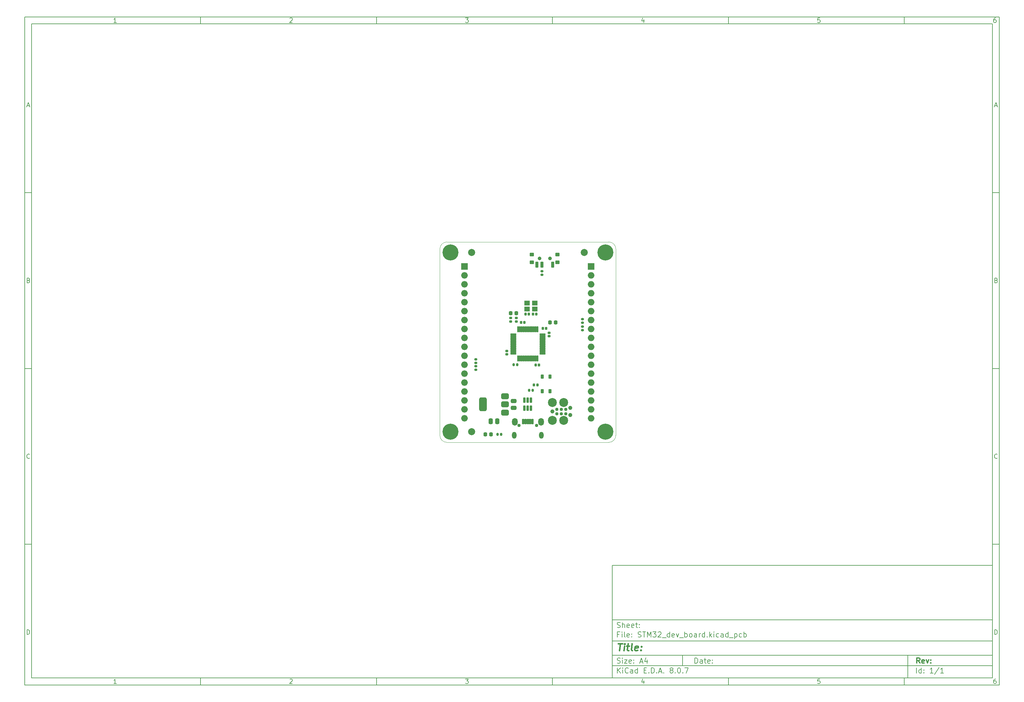
<source format=gbr>
%TF.GenerationSoftware,KiCad,Pcbnew,8.0.7*%
%TF.CreationDate,2025-02-16T19:40:28+01:00*%
%TF.ProjectId,STM32_dev_board,53544d33-325f-4646-9576-5f626f617264,rev?*%
%TF.SameCoordinates,Original*%
%TF.FileFunction,Soldermask,Top*%
%TF.FilePolarity,Negative*%
%FSLAX46Y46*%
G04 Gerber Fmt 4.6, Leading zero omitted, Abs format (unit mm)*
G04 Created by KiCad (PCBNEW 8.0.7) date 2025-02-16 19:40:28*
%MOMM*%
%LPD*%
G01*
G04 APERTURE LIST*
G04 Aperture macros list*
%AMRoundRect*
0 Rectangle with rounded corners*
0 $1 Rounding radius*
0 $2 $3 $4 $5 $6 $7 $8 $9 X,Y pos of 4 corners*
0 Add a 4 corners polygon primitive as box body*
4,1,4,$2,$3,$4,$5,$6,$7,$8,$9,$2,$3,0*
0 Add four circle primitives for the rounded corners*
1,1,$1+$1,$2,$3*
1,1,$1+$1,$4,$5*
1,1,$1+$1,$6,$7*
1,1,$1+$1,$8,$9*
0 Add four rect primitives between the rounded corners*
20,1,$1+$1,$2,$3,$4,$5,0*
20,1,$1+$1,$4,$5,$6,$7,0*
20,1,$1+$1,$6,$7,$8,$9,0*
20,1,$1+$1,$8,$9,$2,$3,0*%
G04 Aperture macros list end*
%ADD10C,0.100000*%
%ADD11C,0.150000*%
%ADD12C,0.300000*%
%ADD13C,0.400000*%
%ADD14RoundRect,0.265000X-0.265000X-0.290000X0.265000X-0.290000X0.265000X0.290000X-0.265000X0.290000X0*%
%ADD15RoundRect,0.175000X-0.225000X0.175000X-0.225000X-0.175000X0.225000X-0.175000X0.225000X0.175000X0*%
%ADD16RoundRect,0.180000X0.180000X0.210000X-0.180000X0.210000X-0.180000X-0.210000X0.180000X-0.210000X0*%
%ADD17RoundRect,0.080000X-0.325000X0.525000X-0.325000X-0.525000X0.325000X-0.525000X0.325000X0.525000X0*%
%ADD18RoundRect,0.175000X-0.175000X-0.225000X0.175000X-0.225000X0.175000X0.225000X-0.175000X0.225000X0*%
%ADD19RoundRect,0.190000X0.190000X-0.552500X0.190000X0.552500X-0.190000X0.552500X-0.190000X-0.552500X0*%
%ADD20RoundRect,0.415000X0.665000X0.415000X-0.665000X0.415000X-0.665000X-0.415000X0.665000X-0.415000X0*%
%ADD21RoundRect,0.540000X0.540000X1.440000X-0.540000X1.440000X-0.540000X-1.440000X0.540000X-1.440000X0*%
%ADD22RoundRect,0.080000X0.700000X0.600000X-0.700000X0.600000X-0.700000X-0.600000X0.700000X-0.600000X0*%
%ADD23C,2.534900*%
%ADD24C,1.150600*%
%ADD25C,0.947400*%
%ADD26C,2.000000*%
%ADD27RoundRect,0.180000X-0.180000X-0.210000X0.180000X-0.210000X0.180000X0.210000X-0.180000X0.210000X0*%
%ADD28RoundRect,0.290000X-0.515000X0.290000X-0.515000X-0.290000X0.515000X-0.290000X0.515000X0.290000X0*%
%ADD29C,0.860000*%
%ADD30C,4.560000*%
%ADD31RoundRect,0.180000X-0.210000X0.180000X-0.210000X-0.180000X0.210000X-0.180000X0.210000X0.180000X0*%
%ADD32RoundRect,0.175000X0.225000X-0.175000X0.225000X0.175000X-0.225000X0.175000X-0.225000X-0.175000X0*%
%ADD33RoundRect,0.115000X-0.115000X0.702500X-0.115000X-0.702500X0.115000X-0.702500X0.115000X0.702500X0*%
%ADD34RoundRect,0.115000X-0.702500X0.115000X-0.702500X-0.115000X0.702500X-0.115000X0.702500X0.115000X0*%
%ADD35RoundRect,0.175000X0.175000X0.225000X-0.175000X0.225000X-0.175000X-0.225000X0.175000X-0.225000X0*%
%ADD36RoundRect,0.080000X-0.850000X-0.850000X0.850000X-0.850000X0.850000X0.850000X-0.850000X0.850000X0*%
%ADD37O,1.860000X1.860000*%
%ADD38O,0.960000X0.960000*%
%ADD39RoundRect,0.080000X-0.225000X-0.650000X0.225000X-0.650000X0.225000X0.650000X-0.225000X0.650000X0*%
%ADD40O,1.310000X1.960000*%
%ADD41O,1.610000X2.160000*%
%ADD42RoundRect,0.258750X0.258750X0.296250X-0.258750X0.296250X-0.258750X-0.296250X0.258750X-0.296250X0*%
%ADD43RoundRect,0.080000X0.500000X0.400000X-0.500000X0.400000X-0.500000X-0.400000X0.500000X-0.400000X0*%
%ADD44C,1.060000*%
%ADD45RoundRect,0.080000X0.350000X0.750000X-0.350000X0.750000X-0.350000X-0.750000X0.350000X-0.750000X0*%
%ADD46RoundRect,0.180000X0.210000X-0.180000X0.210000X0.180000X-0.210000X0.180000X-0.210000X-0.180000X0*%
%ADD47RoundRect,0.290000X-0.290000X-0.515000X0.290000X-0.515000X0.290000X0.515000X-0.290000X0.515000X0*%
%TA.AperFunction,Profile*%
%ADD48C,0.050000*%
%TD*%
G04 APERTURE END LIST*
D10*
D11*
X177002200Y-166007200D02*
X285002200Y-166007200D01*
X285002200Y-198007200D01*
X177002200Y-198007200D01*
X177002200Y-166007200D01*
D10*
D11*
X10000000Y-10000000D02*
X287002200Y-10000000D01*
X287002200Y-200007200D01*
X10000000Y-200007200D01*
X10000000Y-10000000D01*
D10*
D11*
X12000000Y-12000000D02*
X285002200Y-12000000D01*
X285002200Y-198007200D01*
X12000000Y-198007200D01*
X12000000Y-12000000D01*
D10*
D11*
X60000000Y-12000000D02*
X60000000Y-10000000D01*
D10*
D11*
X110000000Y-12000000D02*
X110000000Y-10000000D01*
D10*
D11*
X160000000Y-12000000D02*
X160000000Y-10000000D01*
D10*
D11*
X210000000Y-12000000D02*
X210000000Y-10000000D01*
D10*
D11*
X260000000Y-12000000D02*
X260000000Y-10000000D01*
D10*
D11*
X36089160Y-11593604D02*
X35346303Y-11593604D01*
X35717731Y-11593604D02*
X35717731Y-10293604D01*
X35717731Y-10293604D02*
X35593922Y-10479319D01*
X35593922Y-10479319D02*
X35470112Y-10603128D01*
X35470112Y-10603128D02*
X35346303Y-10665033D01*
D10*
D11*
X85346303Y-10417414D02*
X85408207Y-10355509D01*
X85408207Y-10355509D02*
X85532017Y-10293604D01*
X85532017Y-10293604D02*
X85841541Y-10293604D01*
X85841541Y-10293604D02*
X85965350Y-10355509D01*
X85965350Y-10355509D02*
X86027255Y-10417414D01*
X86027255Y-10417414D02*
X86089160Y-10541223D01*
X86089160Y-10541223D02*
X86089160Y-10665033D01*
X86089160Y-10665033D02*
X86027255Y-10850747D01*
X86027255Y-10850747D02*
X85284398Y-11593604D01*
X85284398Y-11593604D02*
X86089160Y-11593604D01*
D10*
D11*
X135284398Y-10293604D02*
X136089160Y-10293604D01*
X136089160Y-10293604D02*
X135655826Y-10788842D01*
X135655826Y-10788842D02*
X135841541Y-10788842D01*
X135841541Y-10788842D02*
X135965350Y-10850747D01*
X135965350Y-10850747D02*
X136027255Y-10912652D01*
X136027255Y-10912652D02*
X136089160Y-11036461D01*
X136089160Y-11036461D02*
X136089160Y-11345985D01*
X136089160Y-11345985D02*
X136027255Y-11469795D01*
X136027255Y-11469795D02*
X135965350Y-11531700D01*
X135965350Y-11531700D02*
X135841541Y-11593604D01*
X135841541Y-11593604D02*
X135470112Y-11593604D01*
X135470112Y-11593604D02*
X135346303Y-11531700D01*
X135346303Y-11531700D02*
X135284398Y-11469795D01*
D10*
D11*
X185965350Y-10726938D02*
X185965350Y-11593604D01*
X185655826Y-10231700D02*
X185346303Y-11160271D01*
X185346303Y-11160271D02*
X186151064Y-11160271D01*
D10*
D11*
X236027255Y-10293604D02*
X235408207Y-10293604D01*
X235408207Y-10293604D02*
X235346303Y-10912652D01*
X235346303Y-10912652D02*
X235408207Y-10850747D01*
X235408207Y-10850747D02*
X235532017Y-10788842D01*
X235532017Y-10788842D02*
X235841541Y-10788842D01*
X235841541Y-10788842D02*
X235965350Y-10850747D01*
X235965350Y-10850747D02*
X236027255Y-10912652D01*
X236027255Y-10912652D02*
X236089160Y-11036461D01*
X236089160Y-11036461D02*
X236089160Y-11345985D01*
X236089160Y-11345985D02*
X236027255Y-11469795D01*
X236027255Y-11469795D02*
X235965350Y-11531700D01*
X235965350Y-11531700D02*
X235841541Y-11593604D01*
X235841541Y-11593604D02*
X235532017Y-11593604D01*
X235532017Y-11593604D02*
X235408207Y-11531700D01*
X235408207Y-11531700D02*
X235346303Y-11469795D01*
D10*
D11*
X285965350Y-10293604D02*
X285717731Y-10293604D01*
X285717731Y-10293604D02*
X285593922Y-10355509D01*
X285593922Y-10355509D02*
X285532017Y-10417414D01*
X285532017Y-10417414D02*
X285408207Y-10603128D01*
X285408207Y-10603128D02*
X285346303Y-10850747D01*
X285346303Y-10850747D02*
X285346303Y-11345985D01*
X285346303Y-11345985D02*
X285408207Y-11469795D01*
X285408207Y-11469795D02*
X285470112Y-11531700D01*
X285470112Y-11531700D02*
X285593922Y-11593604D01*
X285593922Y-11593604D02*
X285841541Y-11593604D01*
X285841541Y-11593604D02*
X285965350Y-11531700D01*
X285965350Y-11531700D02*
X286027255Y-11469795D01*
X286027255Y-11469795D02*
X286089160Y-11345985D01*
X286089160Y-11345985D02*
X286089160Y-11036461D01*
X286089160Y-11036461D02*
X286027255Y-10912652D01*
X286027255Y-10912652D02*
X285965350Y-10850747D01*
X285965350Y-10850747D02*
X285841541Y-10788842D01*
X285841541Y-10788842D02*
X285593922Y-10788842D01*
X285593922Y-10788842D02*
X285470112Y-10850747D01*
X285470112Y-10850747D02*
X285408207Y-10912652D01*
X285408207Y-10912652D02*
X285346303Y-11036461D01*
D10*
D11*
X60000000Y-198007200D02*
X60000000Y-200007200D01*
D10*
D11*
X110000000Y-198007200D02*
X110000000Y-200007200D01*
D10*
D11*
X160000000Y-198007200D02*
X160000000Y-200007200D01*
D10*
D11*
X210000000Y-198007200D02*
X210000000Y-200007200D01*
D10*
D11*
X260000000Y-198007200D02*
X260000000Y-200007200D01*
D10*
D11*
X36089160Y-199600804D02*
X35346303Y-199600804D01*
X35717731Y-199600804D02*
X35717731Y-198300804D01*
X35717731Y-198300804D02*
X35593922Y-198486519D01*
X35593922Y-198486519D02*
X35470112Y-198610328D01*
X35470112Y-198610328D02*
X35346303Y-198672233D01*
D10*
D11*
X85346303Y-198424614D02*
X85408207Y-198362709D01*
X85408207Y-198362709D02*
X85532017Y-198300804D01*
X85532017Y-198300804D02*
X85841541Y-198300804D01*
X85841541Y-198300804D02*
X85965350Y-198362709D01*
X85965350Y-198362709D02*
X86027255Y-198424614D01*
X86027255Y-198424614D02*
X86089160Y-198548423D01*
X86089160Y-198548423D02*
X86089160Y-198672233D01*
X86089160Y-198672233D02*
X86027255Y-198857947D01*
X86027255Y-198857947D02*
X85284398Y-199600804D01*
X85284398Y-199600804D02*
X86089160Y-199600804D01*
D10*
D11*
X135284398Y-198300804D02*
X136089160Y-198300804D01*
X136089160Y-198300804D02*
X135655826Y-198796042D01*
X135655826Y-198796042D02*
X135841541Y-198796042D01*
X135841541Y-198796042D02*
X135965350Y-198857947D01*
X135965350Y-198857947D02*
X136027255Y-198919852D01*
X136027255Y-198919852D02*
X136089160Y-199043661D01*
X136089160Y-199043661D02*
X136089160Y-199353185D01*
X136089160Y-199353185D02*
X136027255Y-199476995D01*
X136027255Y-199476995D02*
X135965350Y-199538900D01*
X135965350Y-199538900D02*
X135841541Y-199600804D01*
X135841541Y-199600804D02*
X135470112Y-199600804D01*
X135470112Y-199600804D02*
X135346303Y-199538900D01*
X135346303Y-199538900D02*
X135284398Y-199476995D01*
D10*
D11*
X185965350Y-198734138D02*
X185965350Y-199600804D01*
X185655826Y-198238900D02*
X185346303Y-199167471D01*
X185346303Y-199167471D02*
X186151064Y-199167471D01*
D10*
D11*
X236027255Y-198300804D02*
X235408207Y-198300804D01*
X235408207Y-198300804D02*
X235346303Y-198919852D01*
X235346303Y-198919852D02*
X235408207Y-198857947D01*
X235408207Y-198857947D02*
X235532017Y-198796042D01*
X235532017Y-198796042D02*
X235841541Y-198796042D01*
X235841541Y-198796042D02*
X235965350Y-198857947D01*
X235965350Y-198857947D02*
X236027255Y-198919852D01*
X236027255Y-198919852D02*
X236089160Y-199043661D01*
X236089160Y-199043661D02*
X236089160Y-199353185D01*
X236089160Y-199353185D02*
X236027255Y-199476995D01*
X236027255Y-199476995D02*
X235965350Y-199538900D01*
X235965350Y-199538900D02*
X235841541Y-199600804D01*
X235841541Y-199600804D02*
X235532017Y-199600804D01*
X235532017Y-199600804D02*
X235408207Y-199538900D01*
X235408207Y-199538900D02*
X235346303Y-199476995D01*
D10*
D11*
X285965350Y-198300804D02*
X285717731Y-198300804D01*
X285717731Y-198300804D02*
X285593922Y-198362709D01*
X285593922Y-198362709D02*
X285532017Y-198424614D01*
X285532017Y-198424614D02*
X285408207Y-198610328D01*
X285408207Y-198610328D02*
X285346303Y-198857947D01*
X285346303Y-198857947D02*
X285346303Y-199353185D01*
X285346303Y-199353185D02*
X285408207Y-199476995D01*
X285408207Y-199476995D02*
X285470112Y-199538900D01*
X285470112Y-199538900D02*
X285593922Y-199600804D01*
X285593922Y-199600804D02*
X285841541Y-199600804D01*
X285841541Y-199600804D02*
X285965350Y-199538900D01*
X285965350Y-199538900D02*
X286027255Y-199476995D01*
X286027255Y-199476995D02*
X286089160Y-199353185D01*
X286089160Y-199353185D02*
X286089160Y-199043661D01*
X286089160Y-199043661D02*
X286027255Y-198919852D01*
X286027255Y-198919852D02*
X285965350Y-198857947D01*
X285965350Y-198857947D02*
X285841541Y-198796042D01*
X285841541Y-198796042D02*
X285593922Y-198796042D01*
X285593922Y-198796042D02*
X285470112Y-198857947D01*
X285470112Y-198857947D02*
X285408207Y-198919852D01*
X285408207Y-198919852D02*
X285346303Y-199043661D01*
D10*
D11*
X10000000Y-60000000D02*
X12000000Y-60000000D01*
D10*
D11*
X10000000Y-110000000D02*
X12000000Y-110000000D01*
D10*
D11*
X10000000Y-160000000D02*
X12000000Y-160000000D01*
D10*
D11*
X10690476Y-35222176D02*
X11309523Y-35222176D01*
X10566666Y-35593604D02*
X10999999Y-34293604D01*
X10999999Y-34293604D02*
X11433333Y-35593604D01*
D10*
D11*
X11092857Y-84912652D02*
X11278571Y-84974557D01*
X11278571Y-84974557D02*
X11340476Y-85036461D01*
X11340476Y-85036461D02*
X11402380Y-85160271D01*
X11402380Y-85160271D02*
X11402380Y-85345985D01*
X11402380Y-85345985D02*
X11340476Y-85469795D01*
X11340476Y-85469795D02*
X11278571Y-85531700D01*
X11278571Y-85531700D02*
X11154761Y-85593604D01*
X11154761Y-85593604D02*
X10659523Y-85593604D01*
X10659523Y-85593604D02*
X10659523Y-84293604D01*
X10659523Y-84293604D02*
X11092857Y-84293604D01*
X11092857Y-84293604D02*
X11216666Y-84355509D01*
X11216666Y-84355509D02*
X11278571Y-84417414D01*
X11278571Y-84417414D02*
X11340476Y-84541223D01*
X11340476Y-84541223D02*
X11340476Y-84665033D01*
X11340476Y-84665033D02*
X11278571Y-84788842D01*
X11278571Y-84788842D02*
X11216666Y-84850747D01*
X11216666Y-84850747D02*
X11092857Y-84912652D01*
X11092857Y-84912652D02*
X10659523Y-84912652D01*
D10*
D11*
X11402380Y-135469795D02*
X11340476Y-135531700D01*
X11340476Y-135531700D02*
X11154761Y-135593604D01*
X11154761Y-135593604D02*
X11030952Y-135593604D01*
X11030952Y-135593604D02*
X10845238Y-135531700D01*
X10845238Y-135531700D02*
X10721428Y-135407890D01*
X10721428Y-135407890D02*
X10659523Y-135284080D01*
X10659523Y-135284080D02*
X10597619Y-135036461D01*
X10597619Y-135036461D02*
X10597619Y-134850747D01*
X10597619Y-134850747D02*
X10659523Y-134603128D01*
X10659523Y-134603128D02*
X10721428Y-134479319D01*
X10721428Y-134479319D02*
X10845238Y-134355509D01*
X10845238Y-134355509D02*
X11030952Y-134293604D01*
X11030952Y-134293604D02*
X11154761Y-134293604D01*
X11154761Y-134293604D02*
X11340476Y-134355509D01*
X11340476Y-134355509D02*
X11402380Y-134417414D01*
D10*
D11*
X10659523Y-185593604D02*
X10659523Y-184293604D01*
X10659523Y-184293604D02*
X10969047Y-184293604D01*
X10969047Y-184293604D02*
X11154761Y-184355509D01*
X11154761Y-184355509D02*
X11278571Y-184479319D01*
X11278571Y-184479319D02*
X11340476Y-184603128D01*
X11340476Y-184603128D02*
X11402380Y-184850747D01*
X11402380Y-184850747D02*
X11402380Y-185036461D01*
X11402380Y-185036461D02*
X11340476Y-185284080D01*
X11340476Y-185284080D02*
X11278571Y-185407890D01*
X11278571Y-185407890D02*
X11154761Y-185531700D01*
X11154761Y-185531700D02*
X10969047Y-185593604D01*
X10969047Y-185593604D02*
X10659523Y-185593604D01*
D10*
D11*
X287002200Y-60000000D02*
X285002200Y-60000000D01*
D10*
D11*
X287002200Y-110000000D02*
X285002200Y-110000000D01*
D10*
D11*
X287002200Y-160000000D02*
X285002200Y-160000000D01*
D10*
D11*
X285692676Y-35222176D02*
X286311723Y-35222176D01*
X285568866Y-35593604D02*
X286002199Y-34293604D01*
X286002199Y-34293604D02*
X286435533Y-35593604D01*
D10*
D11*
X286095057Y-84912652D02*
X286280771Y-84974557D01*
X286280771Y-84974557D02*
X286342676Y-85036461D01*
X286342676Y-85036461D02*
X286404580Y-85160271D01*
X286404580Y-85160271D02*
X286404580Y-85345985D01*
X286404580Y-85345985D02*
X286342676Y-85469795D01*
X286342676Y-85469795D02*
X286280771Y-85531700D01*
X286280771Y-85531700D02*
X286156961Y-85593604D01*
X286156961Y-85593604D02*
X285661723Y-85593604D01*
X285661723Y-85593604D02*
X285661723Y-84293604D01*
X285661723Y-84293604D02*
X286095057Y-84293604D01*
X286095057Y-84293604D02*
X286218866Y-84355509D01*
X286218866Y-84355509D02*
X286280771Y-84417414D01*
X286280771Y-84417414D02*
X286342676Y-84541223D01*
X286342676Y-84541223D02*
X286342676Y-84665033D01*
X286342676Y-84665033D02*
X286280771Y-84788842D01*
X286280771Y-84788842D02*
X286218866Y-84850747D01*
X286218866Y-84850747D02*
X286095057Y-84912652D01*
X286095057Y-84912652D02*
X285661723Y-84912652D01*
D10*
D11*
X286404580Y-135469795D02*
X286342676Y-135531700D01*
X286342676Y-135531700D02*
X286156961Y-135593604D01*
X286156961Y-135593604D02*
X286033152Y-135593604D01*
X286033152Y-135593604D02*
X285847438Y-135531700D01*
X285847438Y-135531700D02*
X285723628Y-135407890D01*
X285723628Y-135407890D02*
X285661723Y-135284080D01*
X285661723Y-135284080D02*
X285599819Y-135036461D01*
X285599819Y-135036461D02*
X285599819Y-134850747D01*
X285599819Y-134850747D02*
X285661723Y-134603128D01*
X285661723Y-134603128D02*
X285723628Y-134479319D01*
X285723628Y-134479319D02*
X285847438Y-134355509D01*
X285847438Y-134355509D02*
X286033152Y-134293604D01*
X286033152Y-134293604D02*
X286156961Y-134293604D01*
X286156961Y-134293604D02*
X286342676Y-134355509D01*
X286342676Y-134355509D02*
X286404580Y-134417414D01*
D10*
D11*
X285661723Y-185593604D02*
X285661723Y-184293604D01*
X285661723Y-184293604D02*
X285971247Y-184293604D01*
X285971247Y-184293604D02*
X286156961Y-184355509D01*
X286156961Y-184355509D02*
X286280771Y-184479319D01*
X286280771Y-184479319D02*
X286342676Y-184603128D01*
X286342676Y-184603128D02*
X286404580Y-184850747D01*
X286404580Y-184850747D02*
X286404580Y-185036461D01*
X286404580Y-185036461D02*
X286342676Y-185284080D01*
X286342676Y-185284080D02*
X286280771Y-185407890D01*
X286280771Y-185407890D02*
X286156961Y-185531700D01*
X286156961Y-185531700D02*
X285971247Y-185593604D01*
X285971247Y-185593604D02*
X285661723Y-185593604D01*
D10*
D11*
X200458026Y-193793328D02*
X200458026Y-192293328D01*
X200458026Y-192293328D02*
X200815169Y-192293328D01*
X200815169Y-192293328D02*
X201029455Y-192364757D01*
X201029455Y-192364757D02*
X201172312Y-192507614D01*
X201172312Y-192507614D02*
X201243741Y-192650471D01*
X201243741Y-192650471D02*
X201315169Y-192936185D01*
X201315169Y-192936185D02*
X201315169Y-193150471D01*
X201315169Y-193150471D02*
X201243741Y-193436185D01*
X201243741Y-193436185D02*
X201172312Y-193579042D01*
X201172312Y-193579042D02*
X201029455Y-193721900D01*
X201029455Y-193721900D02*
X200815169Y-193793328D01*
X200815169Y-193793328D02*
X200458026Y-193793328D01*
X202600884Y-193793328D02*
X202600884Y-193007614D01*
X202600884Y-193007614D02*
X202529455Y-192864757D01*
X202529455Y-192864757D02*
X202386598Y-192793328D01*
X202386598Y-192793328D02*
X202100884Y-192793328D01*
X202100884Y-192793328D02*
X201958026Y-192864757D01*
X202600884Y-193721900D02*
X202458026Y-193793328D01*
X202458026Y-193793328D02*
X202100884Y-193793328D01*
X202100884Y-193793328D02*
X201958026Y-193721900D01*
X201958026Y-193721900D02*
X201886598Y-193579042D01*
X201886598Y-193579042D02*
X201886598Y-193436185D01*
X201886598Y-193436185D02*
X201958026Y-193293328D01*
X201958026Y-193293328D02*
X202100884Y-193221900D01*
X202100884Y-193221900D02*
X202458026Y-193221900D01*
X202458026Y-193221900D02*
X202600884Y-193150471D01*
X203100884Y-192793328D02*
X203672312Y-192793328D01*
X203315169Y-192293328D02*
X203315169Y-193579042D01*
X203315169Y-193579042D02*
X203386598Y-193721900D01*
X203386598Y-193721900D02*
X203529455Y-193793328D01*
X203529455Y-193793328D02*
X203672312Y-193793328D01*
X204743741Y-193721900D02*
X204600884Y-193793328D01*
X204600884Y-193793328D02*
X204315170Y-193793328D01*
X204315170Y-193793328D02*
X204172312Y-193721900D01*
X204172312Y-193721900D02*
X204100884Y-193579042D01*
X204100884Y-193579042D02*
X204100884Y-193007614D01*
X204100884Y-193007614D02*
X204172312Y-192864757D01*
X204172312Y-192864757D02*
X204315170Y-192793328D01*
X204315170Y-192793328D02*
X204600884Y-192793328D01*
X204600884Y-192793328D02*
X204743741Y-192864757D01*
X204743741Y-192864757D02*
X204815170Y-193007614D01*
X204815170Y-193007614D02*
X204815170Y-193150471D01*
X204815170Y-193150471D02*
X204100884Y-193293328D01*
X205458026Y-193650471D02*
X205529455Y-193721900D01*
X205529455Y-193721900D02*
X205458026Y-193793328D01*
X205458026Y-193793328D02*
X205386598Y-193721900D01*
X205386598Y-193721900D02*
X205458026Y-193650471D01*
X205458026Y-193650471D02*
X205458026Y-193793328D01*
X205458026Y-192864757D02*
X205529455Y-192936185D01*
X205529455Y-192936185D02*
X205458026Y-193007614D01*
X205458026Y-193007614D02*
X205386598Y-192936185D01*
X205386598Y-192936185D02*
X205458026Y-192864757D01*
X205458026Y-192864757D02*
X205458026Y-193007614D01*
D10*
D11*
X177002200Y-194507200D02*
X285002200Y-194507200D01*
D10*
D11*
X178458026Y-196593328D02*
X178458026Y-195093328D01*
X179315169Y-196593328D02*
X178672312Y-195736185D01*
X179315169Y-195093328D02*
X178458026Y-195950471D01*
X179958026Y-196593328D02*
X179958026Y-195593328D01*
X179958026Y-195093328D02*
X179886598Y-195164757D01*
X179886598Y-195164757D02*
X179958026Y-195236185D01*
X179958026Y-195236185D02*
X180029455Y-195164757D01*
X180029455Y-195164757D02*
X179958026Y-195093328D01*
X179958026Y-195093328D02*
X179958026Y-195236185D01*
X181529455Y-196450471D02*
X181458027Y-196521900D01*
X181458027Y-196521900D02*
X181243741Y-196593328D01*
X181243741Y-196593328D02*
X181100884Y-196593328D01*
X181100884Y-196593328D02*
X180886598Y-196521900D01*
X180886598Y-196521900D02*
X180743741Y-196379042D01*
X180743741Y-196379042D02*
X180672312Y-196236185D01*
X180672312Y-196236185D02*
X180600884Y-195950471D01*
X180600884Y-195950471D02*
X180600884Y-195736185D01*
X180600884Y-195736185D02*
X180672312Y-195450471D01*
X180672312Y-195450471D02*
X180743741Y-195307614D01*
X180743741Y-195307614D02*
X180886598Y-195164757D01*
X180886598Y-195164757D02*
X181100884Y-195093328D01*
X181100884Y-195093328D02*
X181243741Y-195093328D01*
X181243741Y-195093328D02*
X181458027Y-195164757D01*
X181458027Y-195164757D02*
X181529455Y-195236185D01*
X182815170Y-196593328D02*
X182815170Y-195807614D01*
X182815170Y-195807614D02*
X182743741Y-195664757D01*
X182743741Y-195664757D02*
X182600884Y-195593328D01*
X182600884Y-195593328D02*
X182315170Y-195593328D01*
X182315170Y-195593328D02*
X182172312Y-195664757D01*
X182815170Y-196521900D02*
X182672312Y-196593328D01*
X182672312Y-196593328D02*
X182315170Y-196593328D01*
X182315170Y-196593328D02*
X182172312Y-196521900D01*
X182172312Y-196521900D02*
X182100884Y-196379042D01*
X182100884Y-196379042D02*
X182100884Y-196236185D01*
X182100884Y-196236185D02*
X182172312Y-196093328D01*
X182172312Y-196093328D02*
X182315170Y-196021900D01*
X182315170Y-196021900D02*
X182672312Y-196021900D01*
X182672312Y-196021900D02*
X182815170Y-195950471D01*
X184172313Y-196593328D02*
X184172313Y-195093328D01*
X184172313Y-196521900D02*
X184029455Y-196593328D01*
X184029455Y-196593328D02*
X183743741Y-196593328D01*
X183743741Y-196593328D02*
X183600884Y-196521900D01*
X183600884Y-196521900D02*
X183529455Y-196450471D01*
X183529455Y-196450471D02*
X183458027Y-196307614D01*
X183458027Y-196307614D02*
X183458027Y-195879042D01*
X183458027Y-195879042D02*
X183529455Y-195736185D01*
X183529455Y-195736185D02*
X183600884Y-195664757D01*
X183600884Y-195664757D02*
X183743741Y-195593328D01*
X183743741Y-195593328D02*
X184029455Y-195593328D01*
X184029455Y-195593328D02*
X184172313Y-195664757D01*
X186029455Y-195807614D02*
X186529455Y-195807614D01*
X186743741Y-196593328D02*
X186029455Y-196593328D01*
X186029455Y-196593328D02*
X186029455Y-195093328D01*
X186029455Y-195093328D02*
X186743741Y-195093328D01*
X187386598Y-196450471D02*
X187458027Y-196521900D01*
X187458027Y-196521900D02*
X187386598Y-196593328D01*
X187386598Y-196593328D02*
X187315170Y-196521900D01*
X187315170Y-196521900D02*
X187386598Y-196450471D01*
X187386598Y-196450471D02*
X187386598Y-196593328D01*
X188100884Y-196593328D02*
X188100884Y-195093328D01*
X188100884Y-195093328D02*
X188458027Y-195093328D01*
X188458027Y-195093328D02*
X188672313Y-195164757D01*
X188672313Y-195164757D02*
X188815170Y-195307614D01*
X188815170Y-195307614D02*
X188886599Y-195450471D01*
X188886599Y-195450471D02*
X188958027Y-195736185D01*
X188958027Y-195736185D02*
X188958027Y-195950471D01*
X188958027Y-195950471D02*
X188886599Y-196236185D01*
X188886599Y-196236185D02*
X188815170Y-196379042D01*
X188815170Y-196379042D02*
X188672313Y-196521900D01*
X188672313Y-196521900D02*
X188458027Y-196593328D01*
X188458027Y-196593328D02*
X188100884Y-196593328D01*
X189600884Y-196450471D02*
X189672313Y-196521900D01*
X189672313Y-196521900D02*
X189600884Y-196593328D01*
X189600884Y-196593328D02*
X189529456Y-196521900D01*
X189529456Y-196521900D02*
X189600884Y-196450471D01*
X189600884Y-196450471D02*
X189600884Y-196593328D01*
X190243742Y-196164757D02*
X190958028Y-196164757D01*
X190100885Y-196593328D02*
X190600885Y-195093328D01*
X190600885Y-195093328D02*
X191100885Y-196593328D01*
X191600884Y-196450471D02*
X191672313Y-196521900D01*
X191672313Y-196521900D02*
X191600884Y-196593328D01*
X191600884Y-196593328D02*
X191529456Y-196521900D01*
X191529456Y-196521900D02*
X191600884Y-196450471D01*
X191600884Y-196450471D02*
X191600884Y-196593328D01*
X193672313Y-195736185D02*
X193529456Y-195664757D01*
X193529456Y-195664757D02*
X193458027Y-195593328D01*
X193458027Y-195593328D02*
X193386599Y-195450471D01*
X193386599Y-195450471D02*
X193386599Y-195379042D01*
X193386599Y-195379042D02*
X193458027Y-195236185D01*
X193458027Y-195236185D02*
X193529456Y-195164757D01*
X193529456Y-195164757D02*
X193672313Y-195093328D01*
X193672313Y-195093328D02*
X193958027Y-195093328D01*
X193958027Y-195093328D02*
X194100885Y-195164757D01*
X194100885Y-195164757D02*
X194172313Y-195236185D01*
X194172313Y-195236185D02*
X194243742Y-195379042D01*
X194243742Y-195379042D02*
X194243742Y-195450471D01*
X194243742Y-195450471D02*
X194172313Y-195593328D01*
X194172313Y-195593328D02*
X194100885Y-195664757D01*
X194100885Y-195664757D02*
X193958027Y-195736185D01*
X193958027Y-195736185D02*
X193672313Y-195736185D01*
X193672313Y-195736185D02*
X193529456Y-195807614D01*
X193529456Y-195807614D02*
X193458027Y-195879042D01*
X193458027Y-195879042D02*
X193386599Y-196021900D01*
X193386599Y-196021900D02*
X193386599Y-196307614D01*
X193386599Y-196307614D02*
X193458027Y-196450471D01*
X193458027Y-196450471D02*
X193529456Y-196521900D01*
X193529456Y-196521900D02*
X193672313Y-196593328D01*
X193672313Y-196593328D02*
X193958027Y-196593328D01*
X193958027Y-196593328D02*
X194100885Y-196521900D01*
X194100885Y-196521900D02*
X194172313Y-196450471D01*
X194172313Y-196450471D02*
X194243742Y-196307614D01*
X194243742Y-196307614D02*
X194243742Y-196021900D01*
X194243742Y-196021900D02*
X194172313Y-195879042D01*
X194172313Y-195879042D02*
X194100885Y-195807614D01*
X194100885Y-195807614D02*
X193958027Y-195736185D01*
X194886598Y-196450471D02*
X194958027Y-196521900D01*
X194958027Y-196521900D02*
X194886598Y-196593328D01*
X194886598Y-196593328D02*
X194815170Y-196521900D01*
X194815170Y-196521900D02*
X194886598Y-196450471D01*
X194886598Y-196450471D02*
X194886598Y-196593328D01*
X195886599Y-195093328D02*
X196029456Y-195093328D01*
X196029456Y-195093328D02*
X196172313Y-195164757D01*
X196172313Y-195164757D02*
X196243742Y-195236185D01*
X196243742Y-195236185D02*
X196315170Y-195379042D01*
X196315170Y-195379042D02*
X196386599Y-195664757D01*
X196386599Y-195664757D02*
X196386599Y-196021900D01*
X196386599Y-196021900D02*
X196315170Y-196307614D01*
X196315170Y-196307614D02*
X196243742Y-196450471D01*
X196243742Y-196450471D02*
X196172313Y-196521900D01*
X196172313Y-196521900D02*
X196029456Y-196593328D01*
X196029456Y-196593328D02*
X195886599Y-196593328D01*
X195886599Y-196593328D02*
X195743742Y-196521900D01*
X195743742Y-196521900D02*
X195672313Y-196450471D01*
X195672313Y-196450471D02*
X195600884Y-196307614D01*
X195600884Y-196307614D02*
X195529456Y-196021900D01*
X195529456Y-196021900D02*
X195529456Y-195664757D01*
X195529456Y-195664757D02*
X195600884Y-195379042D01*
X195600884Y-195379042D02*
X195672313Y-195236185D01*
X195672313Y-195236185D02*
X195743742Y-195164757D01*
X195743742Y-195164757D02*
X195886599Y-195093328D01*
X197029455Y-196450471D02*
X197100884Y-196521900D01*
X197100884Y-196521900D02*
X197029455Y-196593328D01*
X197029455Y-196593328D02*
X196958027Y-196521900D01*
X196958027Y-196521900D02*
X197029455Y-196450471D01*
X197029455Y-196450471D02*
X197029455Y-196593328D01*
X197600884Y-195093328D02*
X198600884Y-195093328D01*
X198600884Y-195093328D02*
X197958027Y-196593328D01*
D10*
D11*
X177002200Y-191507200D02*
X285002200Y-191507200D01*
D10*
D12*
X264413853Y-193785528D02*
X263913853Y-193071242D01*
X263556710Y-193785528D02*
X263556710Y-192285528D01*
X263556710Y-192285528D02*
X264128139Y-192285528D01*
X264128139Y-192285528D02*
X264270996Y-192356957D01*
X264270996Y-192356957D02*
X264342425Y-192428385D01*
X264342425Y-192428385D02*
X264413853Y-192571242D01*
X264413853Y-192571242D02*
X264413853Y-192785528D01*
X264413853Y-192785528D02*
X264342425Y-192928385D01*
X264342425Y-192928385D02*
X264270996Y-192999814D01*
X264270996Y-192999814D02*
X264128139Y-193071242D01*
X264128139Y-193071242D02*
X263556710Y-193071242D01*
X265628139Y-193714100D02*
X265485282Y-193785528D01*
X265485282Y-193785528D02*
X265199568Y-193785528D01*
X265199568Y-193785528D02*
X265056710Y-193714100D01*
X265056710Y-193714100D02*
X264985282Y-193571242D01*
X264985282Y-193571242D02*
X264985282Y-192999814D01*
X264985282Y-192999814D02*
X265056710Y-192856957D01*
X265056710Y-192856957D02*
X265199568Y-192785528D01*
X265199568Y-192785528D02*
X265485282Y-192785528D01*
X265485282Y-192785528D02*
X265628139Y-192856957D01*
X265628139Y-192856957D02*
X265699568Y-192999814D01*
X265699568Y-192999814D02*
X265699568Y-193142671D01*
X265699568Y-193142671D02*
X264985282Y-193285528D01*
X266199567Y-192785528D02*
X266556710Y-193785528D01*
X266556710Y-193785528D02*
X266913853Y-192785528D01*
X267485281Y-193642671D02*
X267556710Y-193714100D01*
X267556710Y-193714100D02*
X267485281Y-193785528D01*
X267485281Y-193785528D02*
X267413853Y-193714100D01*
X267413853Y-193714100D02*
X267485281Y-193642671D01*
X267485281Y-193642671D02*
X267485281Y-193785528D01*
X267485281Y-192856957D02*
X267556710Y-192928385D01*
X267556710Y-192928385D02*
X267485281Y-192999814D01*
X267485281Y-192999814D02*
X267413853Y-192928385D01*
X267413853Y-192928385D02*
X267485281Y-192856957D01*
X267485281Y-192856957D02*
X267485281Y-192999814D01*
D10*
D11*
X178386598Y-193721900D02*
X178600884Y-193793328D01*
X178600884Y-193793328D02*
X178958026Y-193793328D01*
X178958026Y-193793328D02*
X179100884Y-193721900D01*
X179100884Y-193721900D02*
X179172312Y-193650471D01*
X179172312Y-193650471D02*
X179243741Y-193507614D01*
X179243741Y-193507614D02*
X179243741Y-193364757D01*
X179243741Y-193364757D02*
X179172312Y-193221900D01*
X179172312Y-193221900D02*
X179100884Y-193150471D01*
X179100884Y-193150471D02*
X178958026Y-193079042D01*
X178958026Y-193079042D02*
X178672312Y-193007614D01*
X178672312Y-193007614D02*
X178529455Y-192936185D01*
X178529455Y-192936185D02*
X178458026Y-192864757D01*
X178458026Y-192864757D02*
X178386598Y-192721900D01*
X178386598Y-192721900D02*
X178386598Y-192579042D01*
X178386598Y-192579042D02*
X178458026Y-192436185D01*
X178458026Y-192436185D02*
X178529455Y-192364757D01*
X178529455Y-192364757D02*
X178672312Y-192293328D01*
X178672312Y-192293328D02*
X179029455Y-192293328D01*
X179029455Y-192293328D02*
X179243741Y-192364757D01*
X179886597Y-193793328D02*
X179886597Y-192793328D01*
X179886597Y-192293328D02*
X179815169Y-192364757D01*
X179815169Y-192364757D02*
X179886597Y-192436185D01*
X179886597Y-192436185D02*
X179958026Y-192364757D01*
X179958026Y-192364757D02*
X179886597Y-192293328D01*
X179886597Y-192293328D02*
X179886597Y-192436185D01*
X180458026Y-192793328D02*
X181243741Y-192793328D01*
X181243741Y-192793328D02*
X180458026Y-193793328D01*
X180458026Y-193793328D02*
X181243741Y-193793328D01*
X182386598Y-193721900D02*
X182243741Y-193793328D01*
X182243741Y-193793328D02*
X181958027Y-193793328D01*
X181958027Y-193793328D02*
X181815169Y-193721900D01*
X181815169Y-193721900D02*
X181743741Y-193579042D01*
X181743741Y-193579042D02*
X181743741Y-193007614D01*
X181743741Y-193007614D02*
X181815169Y-192864757D01*
X181815169Y-192864757D02*
X181958027Y-192793328D01*
X181958027Y-192793328D02*
X182243741Y-192793328D01*
X182243741Y-192793328D02*
X182386598Y-192864757D01*
X182386598Y-192864757D02*
X182458027Y-193007614D01*
X182458027Y-193007614D02*
X182458027Y-193150471D01*
X182458027Y-193150471D02*
X181743741Y-193293328D01*
X183100883Y-193650471D02*
X183172312Y-193721900D01*
X183172312Y-193721900D02*
X183100883Y-193793328D01*
X183100883Y-193793328D02*
X183029455Y-193721900D01*
X183029455Y-193721900D02*
X183100883Y-193650471D01*
X183100883Y-193650471D02*
X183100883Y-193793328D01*
X183100883Y-192864757D02*
X183172312Y-192936185D01*
X183172312Y-192936185D02*
X183100883Y-193007614D01*
X183100883Y-193007614D02*
X183029455Y-192936185D01*
X183029455Y-192936185D02*
X183100883Y-192864757D01*
X183100883Y-192864757D02*
X183100883Y-193007614D01*
X184886598Y-193364757D02*
X185600884Y-193364757D01*
X184743741Y-193793328D02*
X185243741Y-192293328D01*
X185243741Y-192293328D02*
X185743741Y-193793328D01*
X186886598Y-192793328D02*
X186886598Y-193793328D01*
X186529455Y-192221900D02*
X186172312Y-193293328D01*
X186172312Y-193293328D02*
X187100883Y-193293328D01*
D10*
D11*
X263458026Y-196593328D02*
X263458026Y-195093328D01*
X264815170Y-196593328D02*
X264815170Y-195093328D01*
X264815170Y-196521900D02*
X264672312Y-196593328D01*
X264672312Y-196593328D02*
X264386598Y-196593328D01*
X264386598Y-196593328D02*
X264243741Y-196521900D01*
X264243741Y-196521900D02*
X264172312Y-196450471D01*
X264172312Y-196450471D02*
X264100884Y-196307614D01*
X264100884Y-196307614D02*
X264100884Y-195879042D01*
X264100884Y-195879042D02*
X264172312Y-195736185D01*
X264172312Y-195736185D02*
X264243741Y-195664757D01*
X264243741Y-195664757D02*
X264386598Y-195593328D01*
X264386598Y-195593328D02*
X264672312Y-195593328D01*
X264672312Y-195593328D02*
X264815170Y-195664757D01*
X265529455Y-196450471D02*
X265600884Y-196521900D01*
X265600884Y-196521900D02*
X265529455Y-196593328D01*
X265529455Y-196593328D02*
X265458027Y-196521900D01*
X265458027Y-196521900D02*
X265529455Y-196450471D01*
X265529455Y-196450471D02*
X265529455Y-196593328D01*
X265529455Y-195664757D02*
X265600884Y-195736185D01*
X265600884Y-195736185D02*
X265529455Y-195807614D01*
X265529455Y-195807614D02*
X265458027Y-195736185D01*
X265458027Y-195736185D02*
X265529455Y-195664757D01*
X265529455Y-195664757D02*
X265529455Y-195807614D01*
X268172313Y-196593328D02*
X267315170Y-196593328D01*
X267743741Y-196593328D02*
X267743741Y-195093328D01*
X267743741Y-195093328D02*
X267600884Y-195307614D01*
X267600884Y-195307614D02*
X267458027Y-195450471D01*
X267458027Y-195450471D02*
X267315170Y-195521900D01*
X269886598Y-195021900D02*
X268600884Y-196950471D01*
X271172313Y-196593328D02*
X270315170Y-196593328D01*
X270743741Y-196593328D02*
X270743741Y-195093328D01*
X270743741Y-195093328D02*
X270600884Y-195307614D01*
X270600884Y-195307614D02*
X270458027Y-195450471D01*
X270458027Y-195450471D02*
X270315170Y-195521900D01*
D10*
D11*
X177002200Y-187507200D02*
X285002200Y-187507200D01*
D10*
D13*
X178693928Y-188211638D02*
X179836785Y-188211638D01*
X179015357Y-190211638D02*
X179265357Y-188211638D01*
X180253452Y-190211638D02*
X180420119Y-188878304D01*
X180503452Y-188211638D02*
X180396309Y-188306876D01*
X180396309Y-188306876D02*
X180479643Y-188402114D01*
X180479643Y-188402114D02*
X180586786Y-188306876D01*
X180586786Y-188306876D02*
X180503452Y-188211638D01*
X180503452Y-188211638D02*
X180479643Y-188402114D01*
X181086786Y-188878304D02*
X181848690Y-188878304D01*
X181455833Y-188211638D02*
X181241548Y-189925923D01*
X181241548Y-189925923D02*
X181312976Y-190116400D01*
X181312976Y-190116400D02*
X181491548Y-190211638D01*
X181491548Y-190211638D02*
X181682024Y-190211638D01*
X182634405Y-190211638D02*
X182455833Y-190116400D01*
X182455833Y-190116400D02*
X182384405Y-189925923D01*
X182384405Y-189925923D02*
X182598690Y-188211638D01*
X184170119Y-190116400D02*
X183967738Y-190211638D01*
X183967738Y-190211638D02*
X183586785Y-190211638D01*
X183586785Y-190211638D02*
X183408214Y-190116400D01*
X183408214Y-190116400D02*
X183336785Y-189925923D01*
X183336785Y-189925923D02*
X183432024Y-189164019D01*
X183432024Y-189164019D02*
X183551071Y-188973542D01*
X183551071Y-188973542D02*
X183753452Y-188878304D01*
X183753452Y-188878304D02*
X184134404Y-188878304D01*
X184134404Y-188878304D02*
X184312976Y-188973542D01*
X184312976Y-188973542D02*
X184384404Y-189164019D01*
X184384404Y-189164019D02*
X184360595Y-189354495D01*
X184360595Y-189354495D02*
X183384404Y-189544971D01*
X185134405Y-190021161D02*
X185217738Y-190116400D01*
X185217738Y-190116400D02*
X185110595Y-190211638D01*
X185110595Y-190211638D02*
X185027262Y-190116400D01*
X185027262Y-190116400D02*
X185134405Y-190021161D01*
X185134405Y-190021161D02*
X185110595Y-190211638D01*
X185265357Y-188973542D02*
X185348690Y-189068780D01*
X185348690Y-189068780D02*
X185241548Y-189164019D01*
X185241548Y-189164019D02*
X185158214Y-189068780D01*
X185158214Y-189068780D02*
X185265357Y-188973542D01*
X185265357Y-188973542D02*
X185241548Y-189164019D01*
D10*
D11*
X178958026Y-185607614D02*
X178458026Y-185607614D01*
X178458026Y-186393328D02*
X178458026Y-184893328D01*
X178458026Y-184893328D02*
X179172312Y-184893328D01*
X179743740Y-186393328D02*
X179743740Y-185393328D01*
X179743740Y-184893328D02*
X179672312Y-184964757D01*
X179672312Y-184964757D02*
X179743740Y-185036185D01*
X179743740Y-185036185D02*
X179815169Y-184964757D01*
X179815169Y-184964757D02*
X179743740Y-184893328D01*
X179743740Y-184893328D02*
X179743740Y-185036185D01*
X180672312Y-186393328D02*
X180529455Y-186321900D01*
X180529455Y-186321900D02*
X180458026Y-186179042D01*
X180458026Y-186179042D02*
X180458026Y-184893328D01*
X181815169Y-186321900D02*
X181672312Y-186393328D01*
X181672312Y-186393328D02*
X181386598Y-186393328D01*
X181386598Y-186393328D02*
X181243740Y-186321900D01*
X181243740Y-186321900D02*
X181172312Y-186179042D01*
X181172312Y-186179042D02*
X181172312Y-185607614D01*
X181172312Y-185607614D02*
X181243740Y-185464757D01*
X181243740Y-185464757D02*
X181386598Y-185393328D01*
X181386598Y-185393328D02*
X181672312Y-185393328D01*
X181672312Y-185393328D02*
X181815169Y-185464757D01*
X181815169Y-185464757D02*
X181886598Y-185607614D01*
X181886598Y-185607614D02*
X181886598Y-185750471D01*
X181886598Y-185750471D02*
X181172312Y-185893328D01*
X182529454Y-186250471D02*
X182600883Y-186321900D01*
X182600883Y-186321900D02*
X182529454Y-186393328D01*
X182529454Y-186393328D02*
X182458026Y-186321900D01*
X182458026Y-186321900D02*
X182529454Y-186250471D01*
X182529454Y-186250471D02*
X182529454Y-186393328D01*
X182529454Y-185464757D02*
X182600883Y-185536185D01*
X182600883Y-185536185D02*
X182529454Y-185607614D01*
X182529454Y-185607614D02*
X182458026Y-185536185D01*
X182458026Y-185536185D02*
X182529454Y-185464757D01*
X182529454Y-185464757D02*
X182529454Y-185607614D01*
X184315169Y-186321900D02*
X184529455Y-186393328D01*
X184529455Y-186393328D02*
X184886597Y-186393328D01*
X184886597Y-186393328D02*
X185029455Y-186321900D01*
X185029455Y-186321900D02*
X185100883Y-186250471D01*
X185100883Y-186250471D02*
X185172312Y-186107614D01*
X185172312Y-186107614D02*
X185172312Y-185964757D01*
X185172312Y-185964757D02*
X185100883Y-185821900D01*
X185100883Y-185821900D02*
X185029455Y-185750471D01*
X185029455Y-185750471D02*
X184886597Y-185679042D01*
X184886597Y-185679042D02*
X184600883Y-185607614D01*
X184600883Y-185607614D02*
X184458026Y-185536185D01*
X184458026Y-185536185D02*
X184386597Y-185464757D01*
X184386597Y-185464757D02*
X184315169Y-185321900D01*
X184315169Y-185321900D02*
X184315169Y-185179042D01*
X184315169Y-185179042D02*
X184386597Y-185036185D01*
X184386597Y-185036185D02*
X184458026Y-184964757D01*
X184458026Y-184964757D02*
X184600883Y-184893328D01*
X184600883Y-184893328D02*
X184958026Y-184893328D01*
X184958026Y-184893328D02*
X185172312Y-184964757D01*
X185600883Y-184893328D02*
X186458026Y-184893328D01*
X186029454Y-186393328D02*
X186029454Y-184893328D01*
X186958025Y-186393328D02*
X186958025Y-184893328D01*
X186958025Y-184893328D02*
X187458025Y-185964757D01*
X187458025Y-185964757D02*
X187958025Y-184893328D01*
X187958025Y-184893328D02*
X187958025Y-186393328D01*
X188529454Y-184893328D02*
X189458026Y-184893328D01*
X189458026Y-184893328D02*
X188958026Y-185464757D01*
X188958026Y-185464757D02*
X189172311Y-185464757D01*
X189172311Y-185464757D02*
X189315169Y-185536185D01*
X189315169Y-185536185D02*
X189386597Y-185607614D01*
X189386597Y-185607614D02*
X189458026Y-185750471D01*
X189458026Y-185750471D02*
X189458026Y-186107614D01*
X189458026Y-186107614D02*
X189386597Y-186250471D01*
X189386597Y-186250471D02*
X189315169Y-186321900D01*
X189315169Y-186321900D02*
X189172311Y-186393328D01*
X189172311Y-186393328D02*
X188743740Y-186393328D01*
X188743740Y-186393328D02*
X188600883Y-186321900D01*
X188600883Y-186321900D02*
X188529454Y-186250471D01*
X190029454Y-185036185D02*
X190100882Y-184964757D01*
X190100882Y-184964757D02*
X190243740Y-184893328D01*
X190243740Y-184893328D02*
X190600882Y-184893328D01*
X190600882Y-184893328D02*
X190743740Y-184964757D01*
X190743740Y-184964757D02*
X190815168Y-185036185D01*
X190815168Y-185036185D02*
X190886597Y-185179042D01*
X190886597Y-185179042D02*
X190886597Y-185321900D01*
X190886597Y-185321900D02*
X190815168Y-185536185D01*
X190815168Y-185536185D02*
X189958025Y-186393328D01*
X189958025Y-186393328D02*
X190886597Y-186393328D01*
X191172311Y-186536185D02*
X192315168Y-186536185D01*
X193315168Y-186393328D02*
X193315168Y-184893328D01*
X193315168Y-186321900D02*
X193172310Y-186393328D01*
X193172310Y-186393328D02*
X192886596Y-186393328D01*
X192886596Y-186393328D02*
X192743739Y-186321900D01*
X192743739Y-186321900D02*
X192672310Y-186250471D01*
X192672310Y-186250471D02*
X192600882Y-186107614D01*
X192600882Y-186107614D02*
X192600882Y-185679042D01*
X192600882Y-185679042D02*
X192672310Y-185536185D01*
X192672310Y-185536185D02*
X192743739Y-185464757D01*
X192743739Y-185464757D02*
X192886596Y-185393328D01*
X192886596Y-185393328D02*
X193172310Y-185393328D01*
X193172310Y-185393328D02*
X193315168Y-185464757D01*
X194600882Y-186321900D02*
X194458025Y-186393328D01*
X194458025Y-186393328D02*
X194172311Y-186393328D01*
X194172311Y-186393328D02*
X194029453Y-186321900D01*
X194029453Y-186321900D02*
X193958025Y-186179042D01*
X193958025Y-186179042D02*
X193958025Y-185607614D01*
X193958025Y-185607614D02*
X194029453Y-185464757D01*
X194029453Y-185464757D02*
X194172311Y-185393328D01*
X194172311Y-185393328D02*
X194458025Y-185393328D01*
X194458025Y-185393328D02*
X194600882Y-185464757D01*
X194600882Y-185464757D02*
X194672311Y-185607614D01*
X194672311Y-185607614D02*
X194672311Y-185750471D01*
X194672311Y-185750471D02*
X193958025Y-185893328D01*
X195172310Y-185393328D02*
X195529453Y-186393328D01*
X195529453Y-186393328D02*
X195886596Y-185393328D01*
X196100882Y-186536185D02*
X197243739Y-186536185D01*
X197600881Y-186393328D02*
X197600881Y-184893328D01*
X197600881Y-185464757D02*
X197743739Y-185393328D01*
X197743739Y-185393328D02*
X198029453Y-185393328D01*
X198029453Y-185393328D02*
X198172310Y-185464757D01*
X198172310Y-185464757D02*
X198243739Y-185536185D01*
X198243739Y-185536185D02*
X198315167Y-185679042D01*
X198315167Y-185679042D02*
X198315167Y-186107614D01*
X198315167Y-186107614D02*
X198243739Y-186250471D01*
X198243739Y-186250471D02*
X198172310Y-186321900D01*
X198172310Y-186321900D02*
X198029453Y-186393328D01*
X198029453Y-186393328D02*
X197743739Y-186393328D01*
X197743739Y-186393328D02*
X197600881Y-186321900D01*
X199172310Y-186393328D02*
X199029453Y-186321900D01*
X199029453Y-186321900D02*
X198958024Y-186250471D01*
X198958024Y-186250471D02*
X198886596Y-186107614D01*
X198886596Y-186107614D02*
X198886596Y-185679042D01*
X198886596Y-185679042D02*
X198958024Y-185536185D01*
X198958024Y-185536185D02*
X199029453Y-185464757D01*
X199029453Y-185464757D02*
X199172310Y-185393328D01*
X199172310Y-185393328D02*
X199386596Y-185393328D01*
X199386596Y-185393328D02*
X199529453Y-185464757D01*
X199529453Y-185464757D02*
X199600882Y-185536185D01*
X199600882Y-185536185D02*
X199672310Y-185679042D01*
X199672310Y-185679042D02*
X199672310Y-186107614D01*
X199672310Y-186107614D02*
X199600882Y-186250471D01*
X199600882Y-186250471D02*
X199529453Y-186321900D01*
X199529453Y-186321900D02*
X199386596Y-186393328D01*
X199386596Y-186393328D02*
X199172310Y-186393328D01*
X200958025Y-186393328D02*
X200958025Y-185607614D01*
X200958025Y-185607614D02*
X200886596Y-185464757D01*
X200886596Y-185464757D02*
X200743739Y-185393328D01*
X200743739Y-185393328D02*
X200458025Y-185393328D01*
X200458025Y-185393328D02*
X200315167Y-185464757D01*
X200958025Y-186321900D02*
X200815167Y-186393328D01*
X200815167Y-186393328D02*
X200458025Y-186393328D01*
X200458025Y-186393328D02*
X200315167Y-186321900D01*
X200315167Y-186321900D02*
X200243739Y-186179042D01*
X200243739Y-186179042D02*
X200243739Y-186036185D01*
X200243739Y-186036185D02*
X200315167Y-185893328D01*
X200315167Y-185893328D02*
X200458025Y-185821900D01*
X200458025Y-185821900D02*
X200815167Y-185821900D01*
X200815167Y-185821900D02*
X200958025Y-185750471D01*
X201672310Y-186393328D02*
X201672310Y-185393328D01*
X201672310Y-185679042D02*
X201743739Y-185536185D01*
X201743739Y-185536185D02*
X201815168Y-185464757D01*
X201815168Y-185464757D02*
X201958025Y-185393328D01*
X201958025Y-185393328D02*
X202100882Y-185393328D01*
X203243739Y-186393328D02*
X203243739Y-184893328D01*
X203243739Y-186321900D02*
X203100881Y-186393328D01*
X203100881Y-186393328D02*
X202815167Y-186393328D01*
X202815167Y-186393328D02*
X202672310Y-186321900D01*
X202672310Y-186321900D02*
X202600881Y-186250471D01*
X202600881Y-186250471D02*
X202529453Y-186107614D01*
X202529453Y-186107614D02*
X202529453Y-185679042D01*
X202529453Y-185679042D02*
X202600881Y-185536185D01*
X202600881Y-185536185D02*
X202672310Y-185464757D01*
X202672310Y-185464757D02*
X202815167Y-185393328D01*
X202815167Y-185393328D02*
X203100881Y-185393328D01*
X203100881Y-185393328D02*
X203243739Y-185464757D01*
X203958024Y-186250471D02*
X204029453Y-186321900D01*
X204029453Y-186321900D02*
X203958024Y-186393328D01*
X203958024Y-186393328D02*
X203886596Y-186321900D01*
X203886596Y-186321900D02*
X203958024Y-186250471D01*
X203958024Y-186250471D02*
X203958024Y-186393328D01*
X204672310Y-186393328D02*
X204672310Y-184893328D01*
X204815168Y-185821900D02*
X205243739Y-186393328D01*
X205243739Y-185393328D02*
X204672310Y-185964757D01*
X205886596Y-186393328D02*
X205886596Y-185393328D01*
X205886596Y-184893328D02*
X205815168Y-184964757D01*
X205815168Y-184964757D02*
X205886596Y-185036185D01*
X205886596Y-185036185D02*
X205958025Y-184964757D01*
X205958025Y-184964757D02*
X205886596Y-184893328D01*
X205886596Y-184893328D02*
X205886596Y-185036185D01*
X207243740Y-186321900D02*
X207100882Y-186393328D01*
X207100882Y-186393328D02*
X206815168Y-186393328D01*
X206815168Y-186393328D02*
X206672311Y-186321900D01*
X206672311Y-186321900D02*
X206600882Y-186250471D01*
X206600882Y-186250471D02*
X206529454Y-186107614D01*
X206529454Y-186107614D02*
X206529454Y-185679042D01*
X206529454Y-185679042D02*
X206600882Y-185536185D01*
X206600882Y-185536185D02*
X206672311Y-185464757D01*
X206672311Y-185464757D02*
X206815168Y-185393328D01*
X206815168Y-185393328D02*
X207100882Y-185393328D01*
X207100882Y-185393328D02*
X207243740Y-185464757D01*
X208529454Y-186393328D02*
X208529454Y-185607614D01*
X208529454Y-185607614D02*
X208458025Y-185464757D01*
X208458025Y-185464757D02*
X208315168Y-185393328D01*
X208315168Y-185393328D02*
X208029454Y-185393328D01*
X208029454Y-185393328D02*
X207886596Y-185464757D01*
X208529454Y-186321900D02*
X208386596Y-186393328D01*
X208386596Y-186393328D02*
X208029454Y-186393328D01*
X208029454Y-186393328D02*
X207886596Y-186321900D01*
X207886596Y-186321900D02*
X207815168Y-186179042D01*
X207815168Y-186179042D02*
X207815168Y-186036185D01*
X207815168Y-186036185D02*
X207886596Y-185893328D01*
X207886596Y-185893328D02*
X208029454Y-185821900D01*
X208029454Y-185821900D02*
X208386596Y-185821900D01*
X208386596Y-185821900D02*
X208529454Y-185750471D01*
X209886597Y-186393328D02*
X209886597Y-184893328D01*
X209886597Y-186321900D02*
X209743739Y-186393328D01*
X209743739Y-186393328D02*
X209458025Y-186393328D01*
X209458025Y-186393328D02*
X209315168Y-186321900D01*
X209315168Y-186321900D02*
X209243739Y-186250471D01*
X209243739Y-186250471D02*
X209172311Y-186107614D01*
X209172311Y-186107614D02*
X209172311Y-185679042D01*
X209172311Y-185679042D02*
X209243739Y-185536185D01*
X209243739Y-185536185D02*
X209315168Y-185464757D01*
X209315168Y-185464757D02*
X209458025Y-185393328D01*
X209458025Y-185393328D02*
X209743739Y-185393328D01*
X209743739Y-185393328D02*
X209886597Y-185464757D01*
X210243740Y-186536185D02*
X211386597Y-186536185D01*
X211743739Y-185393328D02*
X211743739Y-186893328D01*
X211743739Y-185464757D02*
X211886597Y-185393328D01*
X211886597Y-185393328D02*
X212172311Y-185393328D01*
X212172311Y-185393328D02*
X212315168Y-185464757D01*
X212315168Y-185464757D02*
X212386597Y-185536185D01*
X212386597Y-185536185D02*
X212458025Y-185679042D01*
X212458025Y-185679042D02*
X212458025Y-186107614D01*
X212458025Y-186107614D02*
X212386597Y-186250471D01*
X212386597Y-186250471D02*
X212315168Y-186321900D01*
X212315168Y-186321900D02*
X212172311Y-186393328D01*
X212172311Y-186393328D02*
X211886597Y-186393328D01*
X211886597Y-186393328D02*
X211743739Y-186321900D01*
X213743740Y-186321900D02*
X213600882Y-186393328D01*
X213600882Y-186393328D02*
X213315168Y-186393328D01*
X213315168Y-186393328D02*
X213172311Y-186321900D01*
X213172311Y-186321900D02*
X213100882Y-186250471D01*
X213100882Y-186250471D02*
X213029454Y-186107614D01*
X213029454Y-186107614D02*
X213029454Y-185679042D01*
X213029454Y-185679042D02*
X213100882Y-185536185D01*
X213100882Y-185536185D02*
X213172311Y-185464757D01*
X213172311Y-185464757D02*
X213315168Y-185393328D01*
X213315168Y-185393328D02*
X213600882Y-185393328D01*
X213600882Y-185393328D02*
X213743740Y-185464757D01*
X214386596Y-186393328D02*
X214386596Y-184893328D01*
X214386596Y-185464757D02*
X214529454Y-185393328D01*
X214529454Y-185393328D02*
X214815168Y-185393328D01*
X214815168Y-185393328D02*
X214958025Y-185464757D01*
X214958025Y-185464757D02*
X215029454Y-185536185D01*
X215029454Y-185536185D02*
X215100882Y-185679042D01*
X215100882Y-185679042D02*
X215100882Y-186107614D01*
X215100882Y-186107614D02*
X215029454Y-186250471D01*
X215029454Y-186250471D02*
X214958025Y-186321900D01*
X214958025Y-186321900D02*
X214815168Y-186393328D01*
X214815168Y-186393328D02*
X214529454Y-186393328D01*
X214529454Y-186393328D02*
X214386596Y-186321900D01*
D10*
D11*
X177002200Y-181507200D02*
X285002200Y-181507200D01*
D10*
D11*
X178386598Y-183621900D02*
X178600884Y-183693328D01*
X178600884Y-183693328D02*
X178958026Y-183693328D01*
X178958026Y-183693328D02*
X179100884Y-183621900D01*
X179100884Y-183621900D02*
X179172312Y-183550471D01*
X179172312Y-183550471D02*
X179243741Y-183407614D01*
X179243741Y-183407614D02*
X179243741Y-183264757D01*
X179243741Y-183264757D02*
X179172312Y-183121900D01*
X179172312Y-183121900D02*
X179100884Y-183050471D01*
X179100884Y-183050471D02*
X178958026Y-182979042D01*
X178958026Y-182979042D02*
X178672312Y-182907614D01*
X178672312Y-182907614D02*
X178529455Y-182836185D01*
X178529455Y-182836185D02*
X178458026Y-182764757D01*
X178458026Y-182764757D02*
X178386598Y-182621900D01*
X178386598Y-182621900D02*
X178386598Y-182479042D01*
X178386598Y-182479042D02*
X178458026Y-182336185D01*
X178458026Y-182336185D02*
X178529455Y-182264757D01*
X178529455Y-182264757D02*
X178672312Y-182193328D01*
X178672312Y-182193328D02*
X179029455Y-182193328D01*
X179029455Y-182193328D02*
X179243741Y-182264757D01*
X179886597Y-183693328D02*
X179886597Y-182193328D01*
X180529455Y-183693328D02*
X180529455Y-182907614D01*
X180529455Y-182907614D02*
X180458026Y-182764757D01*
X180458026Y-182764757D02*
X180315169Y-182693328D01*
X180315169Y-182693328D02*
X180100883Y-182693328D01*
X180100883Y-182693328D02*
X179958026Y-182764757D01*
X179958026Y-182764757D02*
X179886597Y-182836185D01*
X181815169Y-183621900D02*
X181672312Y-183693328D01*
X181672312Y-183693328D02*
X181386598Y-183693328D01*
X181386598Y-183693328D02*
X181243740Y-183621900D01*
X181243740Y-183621900D02*
X181172312Y-183479042D01*
X181172312Y-183479042D02*
X181172312Y-182907614D01*
X181172312Y-182907614D02*
X181243740Y-182764757D01*
X181243740Y-182764757D02*
X181386598Y-182693328D01*
X181386598Y-182693328D02*
X181672312Y-182693328D01*
X181672312Y-182693328D02*
X181815169Y-182764757D01*
X181815169Y-182764757D02*
X181886598Y-182907614D01*
X181886598Y-182907614D02*
X181886598Y-183050471D01*
X181886598Y-183050471D02*
X181172312Y-183193328D01*
X183100883Y-183621900D02*
X182958026Y-183693328D01*
X182958026Y-183693328D02*
X182672312Y-183693328D01*
X182672312Y-183693328D02*
X182529454Y-183621900D01*
X182529454Y-183621900D02*
X182458026Y-183479042D01*
X182458026Y-183479042D02*
X182458026Y-182907614D01*
X182458026Y-182907614D02*
X182529454Y-182764757D01*
X182529454Y-182764757D02*
X182672312Y-182693328D01*
X182672312Y-182693328D02*
X182958026Y-182693328D01*
X182958026Y-182693328D02*
X183100883Y-182764757D01*
X183100883Y-182764757D02*
X183172312Y-182907614D01*
X183172312Y-182907614D02*
X183172312Y-183050471D01*
X183172312Y-183050471D02*
X182458026Y-183193328D01*
X183600883Y-182693328D02*
X184172311Y-182693328D01*
X183815168Y-182193328D02*
X183815168Y-183479042D01*
X183815168Y-183479042D02*
X183886597Y-183621900D01*
X183886597Y-183621900D02*
X184029454Y-183693328D01*
X184029454Y-183693328D02*
X184172311Y-183693328D01*
X184672311Y-183550471D02*
X184743740Y-183621900D01*
X184743740Y-183621900D02*
X184672311Y-183693328D01*
X184672311Y-183693328D02*
X184600883Y-183621900D01*
X184600883Y-183621900D02*
X184672311Y-183550471D01*
X184672311Y-183550471D02*
X184672311Y-183693328D01*
X184672311Y-182764757D02*
X184743740Y-182836185D01*
X184743740Y-182836185D02*
X184672311Y-182907614D01*
X184672311Y-182907614D02*
X184600883Y-182836185D01*
X184600883Y-182836185D02*
X184672311Y-182764757D01*
X184672311Y-182764757D02*
X184672311Y-182907614D01*
D10*
D11*
X197002200Y-191507200D02*
X197002200Y-194507200D01*
D10*
D11*
X261002200Y-191507200D02*
X261002200Y-198007200D01*
D14*
%TO.C,C5*%
X159325000Y-96880000D03*
X160875000Y-96880000D03*
%TD*%
D15*
%TO.C,R1*%
X157040000Y-82350000D03*
X157040000Y-83370000D03*
%TD*%
D16*
%TO.C,C9*%
X155700000Y-114640000D03*
X154740000Y-114640000D03*
%TD*%
D17*
%TO.C,SW1*%
X159275000Y-112325000D03*
X159275000Y-116475000D03*
X157125000Y-112325000D03*
X157125000Y-116450000D03*
%TD*%
D18*
%TO.C,R3*%
X144400000Y-128700000D03*
X145420000Y-128700000D03*
%TD*%
D19*
%TO.C,U3*%
X151970000Y-121237500D03*
X152920000Y-121237500D03*
X153870000Y-121237500D03*
X153870000Y-118962500D03*
X152920000Y-118962500D03*
X151970000Y-118962500D03*
%TD*%
D20*
%TO.C,U2*%
X146500000Y-122500000D03*
X146500000Y-120200000D03*
D21*
X140200000Y-120200000D03*
D20*
X146500000Y-117900000D03*
%TD*%
D22*
%TO.C,Y1*%
X154970000Y-91410000D03*
X152770000Y-91410000D03*
X152770000Y-93110000D03*
X154970000Y-93110000D03*
%TD*%
D23*
%TO.C,J6*%
X159980000Y-119695000D03*
D24*
X159980000Y-122235000D03*
D23*
X159980000Y-124775000D03*
X163155000Y-119695000D03*
X163155000Y-124775000D03*
D24*
X165060000Y-121219000D03*
X165060000Y-123251000D03*
D25*
X161250000Y-122870000D03*
X161250000Y-121600000D03*
X162520000Y-122870000D03*
X162520000Y-121600000D03*
X163790000Y-122870000D03*
X163790000Y-121600000D03*
%TD*%
D26*
%TO.C,FM3*%
X137000000Y-128000000D03*
%TD*%
D27*
%TO.C,C11*%
X154440000Y-94540000D03*
X155400000Y-94540000D03*
%TD*%
%TO.C,C10*%
X152310000Y-94550000D03*
X153270000Y-94550000D03*
%TD*%
D28*
%TO.C,C12*%
X148950000Y-119250000D03*
X148950000Y-121150000D03*
%TD*%
D29*
%TO.C,H1*%
X132650000Y-77000000D03*
X132166726Y-78166726D03*
X132166726Y-75833274D03*
X131000000Y-78650000D03*
D30*
X131000000Y-77000000D03*
D29*
X131000000Y-75350000D03*
X129833274Y-78166726D03*
X129833274Y-75833274D03*
X129350000Y-77000000D03*
%TD*%
%TO.C,H4*%
X173350000Y-128000000D03*
X173833274Y-126833274D03*
X173833274Y-129166726D03*
X175000000Y-126350000D03*
D30*
X175000000Y-128000000D03*
D29*
X175000000Y-129650000D03*
X176166726Y-126833274D03*
X176166726Y-129166726D03*
X176650000Y-128000000D03*
%TD*%
D31*
%TO.C,C1*%
X159000000Y-99830000D03*
X159000000Y-100790000D03*
%TD*%
D32*
%TO.C,R5*%
X138200001Y-108370000D03*
X138200001Y-107350000D03*
%TD*%
D31*
%TO.C,C8*%
X148100000Y-95640000D03*
X148100000Y-96600000D03*
%TD*%
D33*
%TO.C,U1*%
X155750000Y-98837500D03*
X155250000Y-98837500D03*
X154750000Y-98837500D03*
X154250000Y-98837500D03*
X153750000Y-98837500D03*
X153250000Y-98837500D03*
X152750000Y-98837500D03*
X152250000Y-98837500D03*
X151750000Y-98837500D03*
X151250000Y-98837500D03*
X150750000Y-98837500D03*
X150250000Y-98837500D03*
D34*
X148837500Y-100250000D03*
X148837500Y-100750000D03*
X148837500Y-101250000D03*
X148837500Y-101750000D03*
X148837500Y-102250000D03*
X148837500Y-102750000D03*
X148837500Y-103250000D03*
X148837500Y-103750000D03*
X148837500Y-104250000D03*
X148837500Y-104750000D03*
X148837500Y-105250000D03*
X148837500Y-105750000D03*
D33*
X150250000Y-107162500D03*
X150750000Y-107162500D03*
X151250000Y-107162500D03*
X151750000Y-107162500D03*
X152250000Y-107162500D03*
X152750000Y-107162500D03*
X153250000Y-107162500D03*
X153750000Y-107162500D03*
X154250000Y-107162500D03*
X154750000Y-107162500D03*
X155250000Y-107162500D03*
X155750000Y-107162500D03*
D34*
X157162500Y-105750000D03*
X157162500Y-105250000D03*
X157162500Y-104750000D03*
X157162500Y-104250000D03*
X157162500Y-103750000D03*
X157162500Y-103250000D03*
X157162500Y-102750000D03*
X157162500Y-102250000D03*
X157162500Y-101750000D03*
X157162500Y-101250000D03*
X157162500Y-100750000D03*
X157162500Y-100250000D03*
%TD*%
D35*
%TO.C,R8*%
X149980000Y-108870000D03*
X148960000Y-108870000D03*
%TD*%
D36*
%TO.C,J3*%
X135000000Y-81000000D03*
D37*
X135000000Y-83540000D03*
X135000000Y-86080000D03*
X135000000Y-88620000D03*
X135000000Y-91160000D03*
X135000000Y-93700000D03*
X135000000Y-96240000D03*
X135000000Y-98780000D03*
X135000000Y-101320000D03*
X135000000Y-103860000D03*
X135000000Y-106400000D03*
X135000000Y-108940000D03*
X135000000Y-111480000D03*
X135000000Y-114020000D03*
X135000000Y-116560000D03*
X135000000Y-119100000D03*
X135000000Y-121640000D03*
X135000000Y-124180000D03*
%TD*%
D38*
%TO.C,J1*%
X150500000Y-126200000D03*
X155500000Y-126200000D03*
D39*
X151700000Y-125100000D03*
X152350000Y-125100000D03*
X153000000Y-125100000D03*
X153650000Y-125100000D03*
X154300000Y-125100000D03*
D40*
X149125000Y-128950000D03*
D41*
X149275000Y-125150000D03*
X156725000Y-125150000D03*
D40*
X156875000Y-128950000D03*
%TD*%
D26*
%TO.C,FM2*%
X169000000Y-77000000D03*
%TD*%
D42*
%TO.C,FB1*%
X149707500Y-94280000D03*
X148132500Y-94280000D03*
%TD*%
D15*
%TO.C,R4*%
X138210000Y-109350000D03*
X138210000Y-110370000D03*
%TD*%
D35*
%TO.C,R2*%
X154350000Y-116230000D03*
X153330000Y-116230000D03*
%TD*%
D32*
%TO.C,R6*%
X168550000Y-96980001D03*
X168550000Y-95960001D03*
%TD*%
D27*
%TO.C,C7*%
X151040000Y-96880000D03*
X152000000Y-96880000D03*
%TD*%
%TO.C,C2*%
X157230001Y-98560000D03*
X158190001Y-98560000D03*
%TD*%
D29*
%TO.C,H3*%
X173350000Y-77000000D03*
X173833274Y-75833274D03*
X173833274Y-78166726D03*
X175000000Y-75350000D03*
D30*
X175000000Y-77000000D03*
D29*
X175000000Y-78650000D03*
X176166726Y-75833274D03*
X176166726Y-78166726D03*
X176650000Y-77000000D03*
%TD*%
%TO.C,H2*%
X129350000Y-128000000D03*
X129833274Y-126833274D03*
X129833274Y-129166726D03*
X131000000Y-126350000D03*
D30*
X131000000Y-128000000D03*
D29*
X131000000Y-129650000D03*
X132166726Y-126833274D03*
X132166726Y-129166726D03*
X132650000Y-128000000D03*
%TD*%
D26*
%TO.C,FM1*%
X137000000Y-77000000D03*
%TD*%
D42*
%TO.C,D1*%
X142497500Y-128700000D03*
X140922500Y-128700000D03*
%TD*%
D43*
%TO.C,SW2*%
X161440000Y-79790000D03*
X161440000Y-77580000D03*
D44*
X159290000Y-78680000D03*
X156290000Y-78680000D03*
D43*
X154140000Y-79790000D03*
X154140000Y-77580000D03*
D45*
X160040000Y-80440000D03*
X157040000Y-80440000D03*
X155540000Y-80440000D03*
%TD*%
D15*
%TO.C,R7*%
X168550000Y-98090000D03*
X168550000Y-99110000D03*
%TD*%
D36*
%TO.C,J4*%
X171000000Y-81000000D03*
D37*
X171000000Y-83540000D03*
X171000000Y-86080000D03*
X171000000Y-88620000D03*
X171000000Y-91160000D03*
X171000000Y-93700000D03*
X171000000Y-96240000D03*
X171000000Y-98780000D03*
X171000000Y-101320000D03*
X171000000Y-103860000D03*
X171000000Y-106400000D03*
X171000000Y-108940000D03*
X171000000Y-111480000D03*
X171000000Y-114020000D03*
X171000000Y-116560000D03*
X171000000Y-119100000D03*
X171000000Y-121640000D03*
X171000000Y-124180000D03*
%TD*%
D46*
%TO.C,C4*%
X147050000Y-105980000D03*
X147050000Y-105020000D03*
%TD*%
D47*
%TO.C,C13*%
X142400000Y-125000000D03*
X144300000Y-125000000D03*
%TD*%
D16*
%TO.C,C3*%
X156160000Y-109000000D03*
X155200000Y-109000000D03*
%TD*%
D31*
%TO.C,C6*%
X149730000Y-95650000D03*
X149730000Y-96610000D03*
%TD*%
D48*
X130000000Y-74000000D02*
X176000000Y-74000000D01*
X176000000Y-131000000D02*
X130000000Y-131000000D01*
X128000000Y-129000000D02*
X128000000Y-76000000D01*
X176000000Y-74000000D02*
G75*
G02*
X178000000Y-76000000I0J-2000000D01*
G01*
X128000000Y-76000000D02*
G75*
G02*
X130000000Y-74000000I2000000J0D01*
G01*
X178000000Y-129000000D02*
G75*
G02*
X176000000Y-131000000I-2000000J0D01*
G01*
X178000000Y-76000000D02*
X178000000Y-129000000D01*
X130000000Y-131000000D02*
G75*
G02*
X128000000Y-129000000I0J2000000D01*
G01*
M02*

</source>
